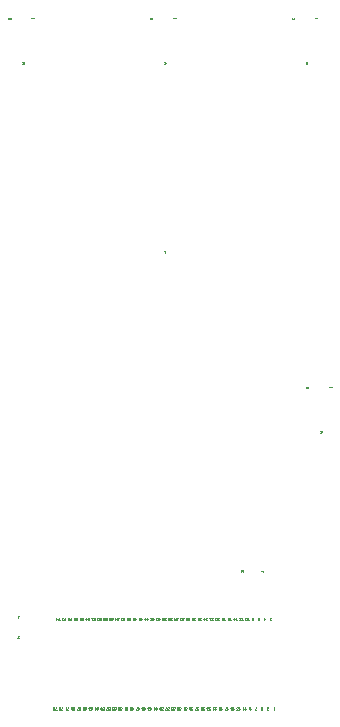
<source format=gbr>
G04*
G04 #@! TF.GenerationSoftware,Altium Limited,Altium Designer,22.4.2 (48)*
G04*
G04 Layer_Color=32768*
%FSLAX25Y25*%
%MOIN*%
G70*
G04*
G04 #@! TF.SameCoordinates,F1429C7B-AB02-4E32-93F6-432C4BA2DB55*
G04*
G04*
G04 #@! TF.FilePolarity,Positive*
G04*
G01*
G75*
%ADD166C,0.00079*%
D166*
X142766Y372411D02*
X142729D01*
X142654Y372374D01*
X142616Y372336D01*
X142579Y372261D01*
Y372111D01*
X142616Y372037D01*
X142654Y371999D01*
X142729Y371961D01*
X142804D01*
X142879Y371999D01*
X142991Y372074D01*
X143366Y372449D01*
Y371924D01*
X150485Y372449D02*
X150447Y372374D01*
X150335Y372261D01*
X151122D01*
X147319Y356898D02*
X147731D01*
X147506Y357198D01*
X147619D01*
X147694Y357235D01*
X147731Y357273D01*
X147769Y357385D01*
Y357460D01*
X147731Y357573D01*
X147656Y357647D01*
X147544Y357685D01*
X147432D01*
X147319Y357647D01*
X147282Y357610D01*
X147244Y357535D01*
X147522Y249474D02*
X147485D01*
X147410Y249437D01*
X147372Y249399D01*
X147335Y249324D01*
Y249174D01*
X147372Y249099D01*
X147410Y249062D01*
X147485Y249025D01*
X147560D01*
X147635Y249062D01*
X147747Y249137D01*
X148122Y249512D01*
Y248987D01*
X155241Y249512D02*
X155203Y249437D01*
X155091Y249324D01*
X155878D01*
X152075Y233961D02*
X152487D01*
X152262Y234261D01*
X152375D01*
X152450Y234298D01*
X152487Y234336D01*
X152525Y234448D01*
Y234523D01*
X152487Y234636D01*
X152412Y234711D01*
X152300Y234748D01*
X152187D01*
X152075Y234711D01*
X152038Y234673D01*
X152000Y234598D01*
X67625Y141831D02*
X68000Y142618D01*
X68150Y141831D02*
X67625D01*
X67449Y141981D02*
X67374Y141943D01*
X67261Y141831D01*
Y142618D01*
X65656Y141831D02*
X66031Y142618D01*
X66181Y141831D02*
X65656D01*
X65405D02*
X64993D01*
X65218Y142131D01*
X65105D01*
X65030Y142168D01*
X64993Y142206D01*
X64955Y142318D01*
Y142393D01*
X64993Y142506D01*
X65068Y142581D01*
X65180Y142618D01*
X65293D01*
X65405Y142581D01*
X65443Y142543D01*
X65480Y142468D01*
X69668Y141943D02*
X69706Y141868D01*
X69818Y141831D01*
X69893D01*
X70006Y141868D01*
X70081Y141981D01*
X70118Y142168D01*
Y142356D01*
X70081Y142506D01*
X70006Y142581D01*
X69893Y142618D01*
X69856D01*
X69743Y142581D01*
X69668Y142506D01*
X69631Y142393D01*
Y142356D01*
X69668Y142243D01*
X69743Y142168D01*
X69856Y142131D01*
X69893D01*
X70006Y142168D01*
X70081Y142243D01*
X70118Y142356D01*
X68971Y142093D02*
X69008Y142206D01*
X69083Y142281D01*
X69196Y142318D01*
X69233D01*
X69346Y142281D01*
X69421Y142206D01*
X69458Y142093D01*
Y142056D01*
X69421Y141943D01*
X69346Y141868D01*
X69233Y141831D01*
X69196D01*
X69083Y141868D01*
X69008Y141943D01*
X68971Y142093D01*
Y142281D01*
X69008Y142468D01*
X69083Y142581D01*
X69196Y142618D01*
X69271D01*
X69383Y142581D01*
X69421Y142506D01*
X63688Y141831D02*
X64063Y142618D01*
X64213Y141831D02*
X63688D01*
X63062D02*
X63437D01*
X63474Y142168D01*
X63437Y142131D01*
X63324Y142093D01*
X63212D01*
X63099Y142131D01*
X63024Y142206D01*
X62987Y142318D01*
Y142393D01*
X63024Y142506D01*
X63099Y142581D01*
X63212Y142618D01*
X63324D01*
X63437Y142581D01*
X63474Y142543D01*
X63512Y142468D01*
X77542Y141943D02*
X77580Y141868D01*
X77692Y141831D01*
X77767D01*
X77880Y141868D01*
X77955Y141981D01*
X77992Y142168D01*
Y142356D01*
X77955Y142506D01*
X77880Y142581D01*
X77767Y142618D01*
X77730D01*
X77617Y142581D01*
X77542Y142506D01*
X77505Y142393D01*
Y142356D01*
X77542Y142243D01*
X77617Y142168D01*
X77730Y142131D01*
X77767D01*
X77880Y142168D01*
X77955Y142243D01*
X77992Y142356D01*
X77332Y141981D02*
X77257Y141943D01*
X77145Y141831D01*
Y142618D01*
X75574Y141943D02*
X75611Y141868D01*
X75724Y141831D01*
X75799D01*
X75911Y141868D01*
X75986Y141981D01*
X76024Y142168D01*
Y142356D01*
X75986Y142506D01*
X75911Y142581D01*
X75799Y142618D01*
X75761D01*
X75649Y142581D01*
X75574Y142506D01*
X75536Y142393D01*
Y142356D01*
X75574Y142243D01*
X75649Y142168D01*
X75761Y142131D01*
X75799D01*
X75911Y142168D01*
X75986Y142243D01*
X76024Y142356D01*
X75289Y141831D02*
X74876D01*
X75101Y142131D01*
X74989D01*
X74914Y142168D01*
X74876Y142206D01*
X74839Y142318D01*
Y142393D01*
X74876Y142506D01*
X74951Y142581D01*
X75064Y142618D01*
X75176D01*
X75289Y142581D01*
X75326Y142543D01*
X75364Y142468D01*
X79511Y141831D02*
X79886D01*
X79923Y142168D01*
X79886Y142131D01*
X79773Y142093D01*
X79661D01*
X79548Y142131D01*
X79473Y142206D01*
X79436Y142318D01*
Y142393D01*
X79473Y142506D01*
X79548Y142581D01*
X79661Y142618D01*
X79773D01*
X79886Y142581D01*
X79923Y142543D01*
X79961Y142468D01*
X78772Y142093D02*
X78810Y142206D01*
X78885Y142281D01*
X78997Y142318D01*
X79035D01*
X79147Y142281D01*
X79222Y142206D01*
X79260Y142093D01*
Y142056D01*
X79222Y141943D01*
X79147Y141868D01*
X79035Y141831D01*
X78997D01*
X78885Y141868D01*
X78810Y141943D01*
X78772Y142093D01*
Y142281D01*
X78810Y142468D01*
X78885Y142581D01*
X78997Y142618D01*
X79072D01*
X79185Y142581D01*
X79222Y142506D01*
X71637Y141943D02*
X71674Y141868D01*
X71787Y141831D01*
X71862D01*
X71974Y141868D01*
X72049Y141981D01*
X72087Y142168D01*
Y142356D01*
X72049Y142506D01*
X71974Y142581D01*
X71862Y142618D01*
X71824D01*
X71712Y142581D01*
X71637Y142506D01*
X71599Y142393D01*
Y142356D01*
X71637Y142243D01*
X71712Y142168D01*
X71824Y142131D01*
X71862D01*
X71974Y142168D01*
X72049Y142243D01*
X72087Y142356D01*
X70902Y141831D02*
X71277Y142618D01*
X71427Y141831D02*
X70902D01*
X73605Y141943D02*
X73643Y141868D01*
X73755Y141831D01*
X73830D01*
X73943Y141868D01*
X74018Y141981D01*
X74055Y142168D01*
Y142356D01*
X74018Y142506D01*
X73943Y142581D01*
X73830Y142618D01*
X73793D01*
X73680Y142581D01*
X73605Y142506D01*
X73568Y142393D01*
Y142356D01*
X73605Y142243D01*
X73680Y142168D01*
X73793Y142131D01*
X73830D01*
X73943Y142168D01*
X74018Y142243D01*
X74055Y142356D01*
X72945Y141831D02*
X73320D01*
X73358Y142168D01*
X73320Y142131D01*
X73208Y142093D01*
X73096D01*
X72983Y142131D01*
X72908Y142206D01*
X72870Y142318D01*
Y142393D01*
X72908Y142506D01*
X72983Y142581D01*
X73096Y142618D01*
X73208D01*
X73320Y142581D01*
X73358Y142543D01*
X73395Y142468D01*
X85416Y141831D02*
X85791D01*
X85829Y142168D01*
X85791Y142131D01*
X85679Y142093D01*
X85566D01*
X85454Y142131D01*
X85379Y142206D01*
X85341Y142318D01*
Y142393D01*
X85379Y142506D01*
X85454Y142581D01*
X85566Y142618D01*
X85679D01*
X85791Y142581D01*
X85829Y142543D01*
X85866Y142468D01*
X85090Y141831D02*
X84678D01*
X84903Y142131D01*
X84790D01*
X84715Y142168D01*
X84678Y142206D01*
X84640Y142318D01*
Y142393D01*
X84678Y142506D01*
X84753Y142581D01*
X84865Y142618D01*
X84978D01*
X85090Y142581D01*
X85128Y142543D01*
X85165Y142468D01*
X89428Y141831D02*
X89803Y142356D01*
X89241D01*
X89428Y141831D02*
Y142618D01*
X88615Y142093D02*
X88652Y142206D01*
X88727Y142281D01*
X88840Y142318D01*
X88877D01*
X88990Y142281D01*
X89065Y142206D01*
X89102Y142093D01*
Y142056D01*
X89065Y141943D01*
X88990Y141868D01*
X88877Y141831D01*
X88840D01*
X88727Y141868D01*
X88652Y141943D01*
X88615Y142093D01*
Y142281D01*
X88652Y142468D01*
X88727Y142581D01*
X88840Y142618D01*
X88915D01*
X89027Y142581D01*
X89065Y142506D01*
X87385Y141831D02*
X87760D01*
X87797Y142168D01*
X87760Y142131D01*
X87647Y142093D01*
X87535D01*
X87422Y142131D01*
X87347Y142206D01*
X87310Y142318D01*
Y142393D01*
X87347Y142506D01*
X87422Y142581D01*
X87535Y142618D01*
X87647D01*
X87760Y142581D01*
X87797Y142543D01*
X87835Y142468D01*
X87134Y141981D02*
X87059Y141943D01*
X86946Y141831D01*
Y142618D01*
X91397Y141831D02*
X91772Y142356D01*
X91209D01*
X91397Y141831D02*
Y142618D01*
X90546Y141831D02*
X90921Y142618D01*
X91071Y141831D02*
X90546D01*
X81479D02*
X81854D01*
X81892Y142168D01*
X81854Y142131D01*
X81742Y142093D01*
X81629D01*
X81517Y142131D01*
X81442Y142206D01*
X81404Y142318D01*
Y142393D01*
X81442Y142506D01*
X81517Y142581D01*
X81629Y142618D01*
X81742D01*
X81854Y142581D01*
X81892Y142543D01*
X81929Y142468D01*
X80703Y141831D02*
X81078Y142618D01*
X81228Y141831D02*
X80703D01*
X83448D02*
X83823D01*
X83860Y142168D01*
X83823Y142131D01*
X83710Y142093D01*
X83598D01*
X83485Y142131D01*
X83410Y142206D01*
X83373Y142318D01*
Y142393D01*
X83410Y142506D01*
X83485Y142581D01*
X83598Y142618D01*
X83710D01*
X83823Y142581D01*
X83860Y142543D01*
X83898Y142468D01*
X82747Y141831D02*
X83122D01*
X83159Y142168D01*
X83122Y142131D01*
X83009Y142093D01*
X82897D01*
X82784Y142131D01*
X82709Y142206D01*
X82672Y142318D01*
Y142393D01*
X82709Y142506D01*
X82784Y142581D01*
X82897Y142618D01*
X83009D01*
X83122Y142581D01*
X83159Y142543D01*
X83197Y142468D01*
X99571Y141831D02*
X99158D01*
X99383Y142131D01*
X99271D01*
X99196Y142168D01*
X99158Y142206D01*
X99121Y142318D01*
Y142393D01*
X99158Y142506D01*
X99233Y142581D01*
X99346Y142618D01*
X99458D01*
X99571Y142581D01*
X99608Y142543D01*
X99646Y142468D01*
X98457Y142093D02*
X98495Y142206D01*
X98570Y142281D01*
X98682Y142318D01*
X98720D01*
X98832Y142281D01*
X98907Y142206D01*
X98945Y142093D01*
Y142056D01*
X98907Y141943D01*
X98832Y141868D01*
X98720Y141831D01*
X98682D01*
X98570Y141868D01*
X98495Y141943D01*
X98457Y142093D01*
Y142281D01*
X98495Y142468D01*
X98570Y142581D01*
X98682Y142618D01*
X98757D01*
X98870Y142581D01*
X98907Y142506D01*
X97302Y141831D02*
X97677Y142356D01*
X97115D01*
X97302Y141831D02*
Y142618D01*
X96976Y141981D02*
X96901Y141943D01*
X96789Y141831D01*
Y142618D01*
X101539Y141831D02*
X101127D01*
X101352Y142131D01*
X101239D01*
X101164Y142168D01*
X101127Y142206D01*
X101089Y142318D01*
Y142393D01*
X101127Y142506D01*
X101202Y142581D01*
X101314Y142618D01*
X101427D01*
X101539Y142581D01*
X101577Y142543D01*
X101614Y142468D01*
X100388Y141831D02*
X100763Y142618D01*
X100913Y141831D02*
X100388D01*
X93365D02*
X93740Y142356D01*
X93178D01*
X93365Y141831D02*
Y142618D01*
X92589Y141831D02*
X92964D01*
X93002Y142168D01*
X92964Y142131D01*
X92852Y142093D01*
X92739D01*
X92627Y142131D01*
X92552Y142206D01*
X92514Y142318D01*
Y142393D01*
X92552Y142506D01*
X92627Y142581D01*
X92739Y142618D01*
X92852D01*
X92964Y142581D01*
X93002Y142543D01*
X93039Y142468D01*
X95334Y141831D02*
X95709Y142356D01*
X95146D01*
X95334Y141831D02*
Y142618D01*
X94933Y141831D02*
X94520D01*
X94745Y142131D01*
X94633D01*
X94558Y142168D01*
X94520Y142206D01*
X94483Y142318D01*
Y142393D01*
X94520Y142506D01*
X94595Y142581D01*
X94708Y142618D01*
X94820D01*
X94933Y142581D01*
X94970Y142543D01*
X95008Y142468D01*
X70653Y171668D02*
X70690Y171593D01*
X70802Y171555D01*
X70877D01*
X70990Y171593D01*
X71065Y171705D01*
X71102Y171893D01*
Y172080D01*
X71065Y172230D01*
X70990Y172305D01*
X70877Y172343D01*
X70840D01*
X70727Y172305D01*
X70653Y172230D01*
X70615Y172118D01*
Y172080D01*
X70653Y171968D01*
X70727Y171893D01*
X70840Y171855D01*
X70877D01*
X70990Y171893D01*
X71065Y171968D01*
X71102Y172080D01*
X70255Y171555D02*
X70368Y171593D01*
X70405Y171668D01*
Y171743D01*
X70368Y171818D01*
X70293Y171855D01*
X70143Y171893D01*
X70030Y171930D01*
X69955Y172005D01*
X69918Y172080D01*
Y172193D01*
X69955Y172268D01*
X69993Y172305D01*
X70105Y172343D01*
X70255D01*
X70368Y172305D01*
X70405Y172268D01*
X70443Y172193D01*
Y172080D01*
X70405Y172005D01*
X70330Y171930D01*
X70218Y171893D01*
X70068Y171855D01*
X69993Y171818D01*
X69955Y171743D01*
Y171668D01*
X69993Y171593D01*
X70105Y171555D01*
X70255D01*
X68609D02*
X68984Y172343D01*
X69134Y171555D02*
X68609D01*
X68208D02*
X68320Y171593D01*
X68395Y171705D01*
X68433Y171893D01*
Y172005D01*
X68395Y172193D01*
X68320Y172305D01*
X68208Y172343D01*
X68133D01*
X68020Y172305D01*
X67945Y172193D01*
X67908Y172005D01*
Y171893D01*
X67945Y171705D01*
X68020Y171593D01*
X68133Y171555D01*
X68208D01*
X72621Y171668D02*
X72658Y171593D01*
X72771Y171555D01*
X72846D01*
X72958Y171593D01*
X73033Y171705D01*
X73071Y171893D01*
Y172080D01*
X73033Y172230D01*
X72958Y172305D01*
X72846Y172343D01*
X72808D01*
X72696Y172305D01*
X72621Y172230D01*
X72584Y172118D01*
Y172080D01*
X72621Y171968D01*
X72696Y171893D01*
X72808Y171855D01*
X72846D01*
X72958Y171893D01*
X73033Y171968D01*
X73071Y172080D01*
X71961Y171668D02*
X71999Y171593D01*
X72111Y171555D01*
X72186D01*
X72299Y171593D01*
X72374Y171705D01*
X72411Y171893D01*
Y172080D01*
X72374Y172230D01*
X72299Y172305D01*
X72186Y172343D01*
X72149D01*
X72036Y172305D01*
X71961Y172230D01*
X71924Y172118D01*
Y172080D01*
X71961Y171968D01*
X72036Y171893D01*
X72149Y171855D01*
X72186D01*
X72299Y171893D01*
X72374Y171968D01*
X72411Y172080D01*
X64672Y171555D02*
X65047Y172343D01*
X65197Y171555D02*
X64672D01*
X64121D02*
X64496Y172080D01*
X63933D01*
X64121Y171555D02*
Y172343D01*
X66641Y171555D02*
X67015Y172343D01*
X67165Y171555D02*
X66641D01*
X66427Y171743D02*
Y171705D01*
X66389Y171630D01*
X66352Y171593D01*
X66277Y171555D01*
X66127D01*
X66052Y171593D01*
X66014Y171630D01*
X65977Y171705D01*
Y171780D01*
X66014Y171855D01*
X66089Y171968D01*
X66464Y172343D01*
X65939D01*
X76558Y171668D02*
X76595Y171593D01*
X76708Y171555D01*
X76783D01*
X76895Y171593D01*
X76970Y171705D01*
X77008Y171893D01*
Y172080D01*
X76970Y172230D01*
X76895Y172305D01*
X76783Y172343D01*
X76745D01*
X76633Y172305D01*
X76558Y172230D01*
X76521Y172118D01*
Y172080D01*
X76558Y171968D01*
X76633Y171893D01*
X76745Y171855D01*
X76783D01*
X76895Y171893D01*
X76970Y171968D01*
X77008Y172080D01*
X76311Y171743D02*
Y171705D01*
X76273Y171630D01*
X76236Y171593D01*
X76161Y171555D01*
X76011D01*
X75936Y171593D01*
X75898Y171630D01*
X75861Y171705D01*
Y171780D01*
X75898Y171855D01*
X75973Y171968D01*
X76348Y172343D01*
X75823D01*
X74590Y171668D02*
X74627Y171593D01*
X74739Y171555D01*
X74814D01*
X74927Y171593D01*
X75002Y171705D01*
X75039Y171893D01*
Y172080D01*
X75002Y172230D01*
X74927Y172305D01*
X74814Y172343D01*
X74777D01*
X74664Y172305D01*
X74590Y172230D01*
X74552Y172118D01*
Y172080D01*
X74590Y171968D01*
X74664Y171893D01*
X74777Y171855D01*
X74814D01*
X74927Y171893D01*
X75002Y171968D01*
X75039Y172080D01*
X74005Y171555D02*
X74380Y172080D01*
X73817D01*
X74005Y171555D02*
Y172343D01*
X80495Y171555D02*
X80870D01*
X80907Y171893D01*
X80870Y171855D01*
X80757Y171818D01*
X80645D01*
X80532Y171855D01*
X80458Y171930D01*
X80420Y172043D01*
Y172118D01*
X80458Y172230D01*
X80532Y172305D01*
X80645Y172343D01*
X80757D01*
X80870Y172305D01*
X80907Y172268D01*
X80945Y172193D01*
X80056Y171555D02*
X80169Y171593D01*
X80206Y171668D01*
Y171743D01*
X80169Y171818D01*
X80094Y171855D01*
X79944Y171893D01*
X79831Y171930D01*
X79756Y172005D01*
X79719Y172080D01*
Y172193D01*
X79756Y172268D01*
X79794Y172305D01*
X79906Y172343D01*
X80056D01*
X80169Y172305D01*
X80206Y172268D01*
X80244Y172193D01*
Y172080D01*
X80206Y172005D01*
X80131Y171930D01*
X80019Y171893D01*
X79869Y171855D01*
X79794Y171818D01*
X79756Y171743D01*
Y171668D01*
X79794Y171593D01*
X79906Y171555D01*
X80056D01*
X78527Y171668D02*
X78564Y171593D01*
X78676Y171555D01*
X78751D01*
X78864Y171593D01*
X78939Y171705D01*
X78976Y171893D01*
Y172080D01*
X78939Y172230D01*
X78864Y172305D01*
X78751Y172343D01*
X78714D01*
X78601Y172305D01*
X78527Y172230D01*
X78489Y172118D01*
Y172080D01*
X78527Y171968D01*
X78601Y171893D01*
X78714Y171855D01*
X78751D01*
X78864Y171893D01*
X78939Y171968D01*
X78976Y172080D01*
X78092Y171555D02*
X78204Y171593D01*
X78279Y171705D01*
X78317Y171893D01*
Y172005D01*
X78279Y172193D01*
X78204Y172305D01*
X78092Y172343D01*
X78017D01*
X77904Y172305D01*
X77829Y172193D01*
X77792Y172005D01*
Y171893D01*
X77829Y171705D01*
X77904Y171593D01*
X78017Y171555D01*
X78092D01*
X86401D02*
X86775D01*
X86813Y171893D01*
X86775Y171855D01*
X86663Y171818D01*
X86550D01*
X86438Y171855D01*
X86363Y171930D01*
X86326Y172043D01*
Y172118D01*
X86363Y172230D01*
X86438Y172305D01*
X86550Y172343D01*
X86663D01*
X86775Y172305D01*
X86813Y172268D01*
X86850Y172193D01*
X86112Y171743D02*
Y171705D01*
X86074Y171630D01*
X86037Y171593D01*
X85962Y171555D01*
X85812D01*
X85737Y171593D01*
X85699Y171630D01*
X85662Y171705D01*
Y171780D01*
X85699Y171855D01*
X85774Y171968D01*
X86149Y172343D01*
X85625D01*
X90412Y171555D02*
X90787Y172080D01*
X90225D01*
X90412Y171555D02*
Y172343D01*
X89899Y171555D02*
X90011Y171593D01*
X90049Y171668D01*
Y171743D01*
X90011Y171818D01*
X89936Y171855D01*
X89786Y171893D01*
X89674Y171930D01*
X89599Y172005D01*
X89562Y172080D01*
Y172193D01*
X89599Y172268D01*
X89636Y172305D01*
X89749Y172343D01*
X89899D01*
X90011Y172305D01*
X90049Y172268D01*
X90086Y172193D01*
Y172080D01*
X90049Y172005D01*
X89974Y171930D01*
X89862Y171893D01*
X89711Y171855D01*
X89636Y171818D01*
X89599Y171743D01*
Y171668D01*
X89636Y171593D01*
X89749Y171555D01*
X89899D01*
X88369D02*
X88744D01*
X88781Y171893D01*
X88744Y171855D01*
X88631Y171818D01*
X88519D01*
X88406Y171855D01*
X88332Y171930D01*
X88294Y172043D01*
Y172118D01*
X88332Y172230D01*
X88406Y172305D01*
X88519Y172343D01*
X88631D01*
X88744Y172305D01*
X88781Y172268D01*
X88819Y172193D01*
X87893Y171555D02*
X88005Y171593D01*
X88080Y171705D01*
X88118Y171893D01*
Y172005D01*
X88080Y172193D01*
X88005Y172305D01*
X87893Y172343D01*
X87818D01*
X87705Y172305D01*
X87631Y172193D01*
X87593Y172005D01*
Y171893D01*
X87631Y171705D01*
X87705Y171593D01*
X87818Y171555D01*
X87893D01*
X92381D02*
X92756Y172080D01*
X92194D01*
X92381Y171555D02*
Y172343D01*
X91605Y171668D02*
X91642Y171593D01*
X91755Y171555D01*
X91830D01*
X91942Y171593D01*
X92017Y171705D01*
X92055Y171893D01*
Y172080D01*
X92017Y172230D01*
X91942Y172305D01*
X91830Y172343D01*
X91793D01*
X91680Y172305D01*
X91605Y172230D01*
X91568Y172118D01*
Y172080D01*
X91605Y171968D01*
X91680Y171893D01*
X91793Y171855D01*
X91830D01*
X91942Y171893D01*
X92017Y171968D01*
X92055Y172080D01*
X82464Y171555D02*
X82838D01*
X82876Y171893D01*
X82838Y171855D01*
X82726Y171818D01*
X82613D01*
X82501Y171855D01*
X82426Y171930D01*
X82389Y172043D01*
Y172118D01*
X82426Y172230D01*
X82501Y172305D01*
X82613Y172343D01*
X82726D01*
X82838Y172305D01*
X82876Y172268D01*
X82913Y172193D01*
X81762Y171668D02*
X81800Y171593D01*
X81912Y171555D01*
X81988D01*
X82100Y171593D01*
X82175Y171705D01*
X82212Y171893D01*
Y172080D01*
X82175Y172230D01*
X82100Y172305D01*
X81988Y172343D01*
X81950D01*
X81837Y172305D01*
X81762Y172230D01*
X81725Y172118D01*
Y172080D01*
X81762Y171968D01*
X81837Y171893D01*
X81950Y171855D01*
X81988D01*
X82100Y171893D01*
X82175Y171968D01*
X82212Y172080D01*
X84432Y171555D02*
X84807D01*
X84844Y171893D01*
X84807Y171855D01*
X84694Y171818D01*
X84582D01*
X84469Y171855D01*
X84395Y171930D01*
X84357Y172043D01*
Y172118D01*
X84395Y172230D01*
X84469Y172305D01*
X84582Y172343D01*
X84694D01*
X84807Y172305D01*
X84844Y172268D01*
X84882Y172193D01*
X83806Y171555D02*
X84181Y172080D01*
X83619D01*
X83806Y171555D02*
Y172343D01*
X98286Y171555D02*
X98661Y172080D01*
X98099D01*
X98286Y171555D02*
Y172343D01*
X97736Y171555D02*
X97848Y171593D01*
X97923Y171705D01*
X97960Y171893D01*
Y172005D01*
X97923Y172193D01*
X97848Y172305D01*
X97736Y172343D01*
X97660D01*
X97548Y172305D01*
X97473Y172193D01*
X97436Y172005D01*
Y171893D01*
X97473Y171705D01*
X97548Y171593D01*
X97660Y171555D01*
X97736D01*
X100555D02*
X100143D01*
X100367Y171855D01*
X100255D01*
X100180Y171893D01*
X100143Y171930D01*
X100105Y172043D01*
Y172118D01*
X100143Y172230D01*
X100218Y172305D01*
X100330Y172343D01*
X100443D01*
X100555Y172305D01*
X100592Y172268D01*
X100630Y172193D01*
X99742Y171555D02*
X99854Y171593D01*
X99891Y171668D01*
Y171743D01*
X99854Y171818D01*
X99779Y171855D01*
X99629Y171893D01*
X99516Y171930D01*
X99442Y172005D01*
X99404Y172080D01*
Y172193D01*
X99442Y172268D01*
X99479Y172305D01*
X99591Y172343D01*
X99742D01*
X99854Y172305D01*
X99891Y172268D01*
X99929Y172193D01*
Y172080D01*
X99891Y172005D01*
X99816Y171930D01*
X99704Y171893D01*
X99554Y171855D01*
X99479Y171818D01*
X99442Y171743D01*
Y171668D01*
X99479Y171593D01*
X99591Y171555D01*
X99742D01*
X94349D02*
X94724Y172080D01*
X94162D01*
X94349Y171555D02*
Y172343D01*
X93648Y171555D02*
X94023Y172080D01*
X93461D01*
X93648Y171555D02*
Y172343D01*
X96318Y171555D02*
X96693Y172080D01*
X96131D01*
X96318Y171555D02*
Y172343D01*
X95954Y171743D02*
Y171705D01*
X95917Y171630D01*
X95879Y171593D01*
X95805Y171555D01*
X95654D01*
X95579Y171593D01*
X95542Y171630D01*
X95505Y171705D01*
Y171780D01*
X95542Y171855D01*
X95617Y171968D01*
X95992Y172343D01*
X95467D01*
X105476Y141831D02*
X105064D01*
X105289Y142131D01*
X105176D01*
X105101Y142168D01*
X105064Y142206D01*
X105026Y142318D01*
Y142393D01*
X105064Y142506D01*
X105139Y142581D01*
X105251Y142618D01*
X105364D01*
X105476Y142581D01*
X105514Y142543D01*
X105551Y142468D01*
X104775Y141831D02*
X104363D01*
X104588Y142131D01*
X104475D01*
X104400Y142168D01*
X104363Y142206D01*
X104325Y142318D01*
Y142393D01*
X104363Y142506D01*
X104438Y142581D01*
X104550Y142618D01*
X104663D01*
X104775Y142581D01*
X104813Y142543D01*
X104850Y142468D01*
X103508Y141831D02*
X103095D01*
X103320Y142131D01*
X103208D01*
X103133Y142168D01*
X103095Y142206D01*
X103058Y142318D01*
Y142393D01*
X103095Y142506D01*
X103170Y142581D01*
X103283Y142618D01*
X103395D01*
X103508Y142581D01*
X103545Y142543D01*
X103583Y142468D01*
X102432Y141831D02*
X102807D01*
X102844Y142168D01*
X102807Y142131D01*
X102694Y142093D01*
X102582D01*
X102469Y142131D01*
X102394Y142206D01*
X102357Y142318D01*
Y142393D01*
X102394Y142506D01*
X102469Y142581D01*
X102582Y142618D01*
X102694D01*
X102807Y142581D01*
X102844Y142543D01*
X102882Y142468D01*
X107445Y141831D02*
X107032D01*
X107257Y142131D01*
X107145D01*
X107070Y142168D01*
X107032Y142206D01*
X106995Y142318D01*
Y142393D01*
X107032Y142506D01*
X107107Y142581D01*
X107220Y142618D01*
X107332D01*
X107445Y142581D01*
X107482Y142543D01*
X107520Y142468D01*
X106819Y141981D02*
X106744Y141943D01*
X106631Y141831D01*
Y142618D01*
X108429Y171555D02*
X108017D01*
X108241Y171855D01*
X108129D01*
X108054Y171893D01*
X108017Y171930D01*
X107979Y172043D01*
Y172118D01*
X108017Y172230D01*
X108092Y172305D01*
X108204Y172343D01*
X108317D01*
X108429Y172305D01*
X108466Y172268D01*
X108504Y172193D01*
X107578Y171555D02*
X107691Y171593D01*
X107765Y171705D01*
X107803Y171893D01*
Y172005D01*
X107765Y172193D01*
X107691Y172305D01*
X107578Y172343D01*
X107503D01*
X107391Y172305D01*
X107316Y172193D01*
X107278Y172005D01*
Y171893D01*
X107316Y171705D01*
X107391Y171593D01*
X107503Y171555D01*
X107578D01*
X109451Y142018D02*
Y141981D01*
X109413Y141906D01*
X109376Y141868D01*
X109301Y141831D01*
X109151D01*
X109076Y141868D01*
X109038Y141906D01*
X109001Y141981D01*
Y142056D01*
X109038Y142131D01*
X109113Y142243D01*
X109488Y142618D01*
X108963D01*
X108300Y142093D02*
X108337Y142206D01*
X108412Y142281D01*
X108525Y142318D01*
X108562D01*
X108675Y142281D01*
X108750Y142206D01*
X108787Y142093D01*
Y142056D01*
X108750Y141943D01*
X108675Y141868D01*
X108562Y141831D01*
X108525D01*
X108412Y141868D01*
X108337Y141943D01*
X108300Y142093D01*
Y142281D01*
X108337Y142468D01*
X108412Y142581D01*
X108525Y142618D01*
X108600D01*
X108712Y142581D01*
X108750Y142506D01*
X117325Y142018D02*
Y141981D01*
X117287Y141906D01*
X117250Y141868D01*
X117175Y141831D01*
X117025D01*
X116950Y141868D01*
X116912Y141906D01*
X116875Y141981D01*
Y142056D01*
X116912Y142131D01*
X116987Y142243D01*
X117362Y142618D01*
X116837D01*
X116661Y141981D02*
X116586Y141943D01*
X116474Y141831D01*
Y142618D01*
X115356Y142018D02*
Y141981D01*
X115319Y141906D01*
X115281Y141868D01*
X115206Y141831D01*
X115056D01*
X114981Y141868D01*
X114944Y141906D01*
X114906Y141981D01*
Y142056D01*
X114944Y142131D01*
X115019Y142243D01*
X115394Y142618D01*
X114869D01*
X114618Y141831D02*
X114205D01*
X114430Y142131D01*
X114318D01*
X114243Y142168D01*
X114205Y142206D01*
X114168Y142318D01*
Y142393D01*
X114205Y142506D01*
X114280Y142581D01*
X114393Y142618D01*
X114505D01*
X114618Y142581D01*
X114655Y142543D01*
X114693Y142468D01*
X119331Y141981D02*
X119256Y141943D01*
X119143Y141831D01*
Y142618D01*
X118266Y142093D02*
X118304Y142206D01*
X118378Y142281D01*
X118491Y142318D01*
X118528D01*
X118641Y142281D01*
X118716Y142206D01*
X118753Y142093D01*
Y142056D01*
X118716Y141943D01*
X118641Y141868D01*
X118528Y141831D01*
X118491D01*
X118378Y141868D01*
X118304Y141943D01*
X118266Y142093D01*
Y142281D01*
X118304Y142468D01*
X118378Y142581D01*
X118491Y142618D01*
X118566D01*
X118678Y142581D01*
X118716Y142506D01*
X111419Y142018D02*
Y141981D01*
X111382Y141906D01*
X111344Y141868D01*
X111269Y141831D01*
X111119D01*
X111044Y141868D01*
X111007Y141906D01*
X110969Y141981D01*
Y142056D01*
X111007Y142131D01*
X111082Y142243D01*
X111457Y142618D01*
X110932D01*
X110231Y141831D02*
X110606Y142618D01*
X110756Y141831D02*
X110231D01*
X113388Y142018D02*
Y141981D01*
X113350Y141906D01*
X113313Y141868D01*
X113238Y141831D01*
X113088D01*
X113013Y141868D01*
X112975Y141906D01*
X112938Y141981D01*
Y142056D01*
X112975Y142131D01*
X113050Y142243D01*
X113425Y142618D01*
X112900D01*
X112274Y141831D02*
X112649D01*
X112687Y142168D01*
X112649Y142131D01*
X112537Y142093D01*
X112424D01*
X112312Y142131D01*
X112237Y142206D01*
X112199Y142318D01*
Y142393D01*
X112237Y142506D01*
X112312Y142581D01*
X112424Y142618D01*
X112537D01*
X112649Y142581D01*
X112687Y142543D01*
X112724Y142468D01*
X127205Y141981D02*
X127130Y141943D01*
X127017Y141831D01*
Y142618D01*
X126627Y141981D02*
X126552Y141943D01*
X126440Y141831D01*
Y142618D01*
X125236Y141981D02*
X125161Y141943D01*
X125049Y141831D01*
Y142618D01*
X124584Y141831D02*
X124172D01*
X124397Y142131D01*
X124284D01*
X124209Y142168D01*
X124172Y142206D01*
X124134Y142318D01*
Y142393D01*
X124172Y142506D01*
X124247Y142581D01*
X124359Y142618D01*
X124471D01*
X124584Y142581D01*
X124621Y142543D01*
X124659Y142468D01*
X128371Y142093D02*
X128408Y142206D01*
X128483Y142281D01*
X128596Y142318D01*
X128633D01*
X128746Y142281D01*
X128821Y142206D01*
X128858Y142093D01*
Y142056D01*
X128821Y141943D01*
X128746Y141868D01*
X128633Y141831D01*
X128596D01*
X128483Y141868D01*
X128408Y141943D01*
X128371Y142093D01*
Y142281D01*
X128408Y142468D01*
X128483Y142581D01*
X128596Y142618D01*
X128671D01*
X128783Y142581D01*
X128821Y142506D01*
X121299Y141981D02*
X121224Y141943D01*
X121112Y141831D01*
Y142618D01*
X120197Y141831D02*
X120572Y142618D01*
X120722Y141831D02*
X120197D01*
X123268Y141981D02*
X123193Y141943D01*
X123080Y141831D01*
Y142618D01*
X122241Y141831D02*
X122616D01*
X122653Y142168D01*
X122616Y142131D01*
X122503Y142093D01*
X122390D01*
X122278Y142131D01*
X122203Y142206D01*
X122166Y142318D01*
Y142393D01*
X122203Y142506D01*
X122278Y142581D01*
X122390Y142618D01*
X122503D01*
X122616Y142581D01*
X122653Y142543D01*
X122690Y142468D01*
X132345Y141831D02*
X132720D01*
X132758Y142168D01*
X132720Y142131D01*
X132608Y142093D01*
X132495D01*
X132383Y142131D01*
X132308Y142206D01*
X132271Y142318D01*
Y142393D01*
X132308Y142506D01*
X132383Y142581D01*
X132495Y142618D01*
X132608D01*
X132720Y142581D01*
X132758Y142543D01*
X132795Y142468D01*
X130302Y141831D02*
X130677Y142618D01*
X130827Y141831D02*
X130302D01*
X134689D02*
X134276D01*
X134501Y142131D01*
X134389D01*
X134314Y142168D01*
X134276Y142206D01*
X134239Y142318D01*
Y142393D01*
X134276Y142506D01*
X134351Y142581D01*
X134464Y142618D01*
X134576D01*
X134689Y142581D01*
X134726Y142543D01*
X134764Y142468D01*
X136732Y141981D02*
X136657Y141943D01*
X136545Y141831D01*
Y142618D01*
X110435Y171743D02*
Y171705D01*
X110398Y171630D01*
X110360Y171593D01*
X110285Y171555D01*
X110135D01*
X110060Y171593D01*
X110023Y171630D01*
X109985Y171705D01*
Y171780D01*
X110023Y171855D01*
X110098Y171968D01*
X110472Y172343D01*
X109948D01*
X109584Y171555D02*
X109696Y171593D01*
X109734Y171668D01*
Y171743D01*
X109696Y171818D01*
X109622Y171855D01*
X109471Y171893D01*
X109359Y171930D01*
X109284Y172005D01*
X109247Y172080D01*
Y172193D01*
X109284Y172268D01*
X109322Y172305D01*
X109434Y172343D01*
X109584D01*
X109696Y172305D01*
X109734Y172268D01*
X109771Y172193D01*
Y172080D01*
X109734Y172005D01*
X109659Y171930D01*
X109546Y171893D01*
X109397Y171855D01*
X109322Y171818D01*
X109284Y171743D01*
Y171668D01*
X109322Y171593D01*
X109434Y171555D01*
X109584D01*
X106460D02*
X106048D01*
X106273Y171855D01*
X106161D01*
X106086Y171893D01*
X106048Y171930D01*
X106011Y172043D01*
Y172118D01*
X106048Y172230D01*
X106123Y172305D01*
X106236Y172343D01*
X106348D01*
X106460Y172305D01*
X106498Y172268D01*
X106535Y172193D01*
X105797Y171743D02*
Y171705D01*
X105759Y171630D01*
X105722Y171593D01*
X105647Y171555D01*
X105497D01*
X105422Y171593D01*
X105385Y171630D01*
X105347Y171705D01*
Y171780D01*
X105385Y171855D01*
X105459Y171968D01*
X105834Y172343D01*
X105310D01*
X112403Y171743D02*
Y171705D01*
X112366Y171630D01*
X112329Y171593D01*
X112253Y171555D01*
X112104D01*
X112029Y171593D01*
X111991Y171630D01*
X111954Y171705D01*
Y171780D01*
X111991Y171855D01*
X112066Y171968D01*
X112441Y172343D01*
X111916D01*
X111290Y171668D02*
X111328Y171593D01*
X111440Y171555D01*
X111515D01*
X111627Y171593D01*
X111702Y171705D01*
X111740Y171893D01*
Y172080D01*
X111702Y172230D01*
X111627Y172305D01*
X111515Y172343D01*
X111477D01*
X111365Y172305D01*
X111290Y172230D01*
X111253Y172118D01*
Y172080D01*
X111290Y171968D01*
X111365Y171893D01*
X111477Y171855D01*
X111515D01*
X111627Y171893D01*
X111702Y171968D01*
X111740Y172080D01*
X102524Y171555D02*
X102111D01*
X102336Y171855D01*
X102224D01*
X102149Y171893D01*
X102111Y171930D01*
X102074Y172043D01*
Y172118D01*
X102111Y172230D01*
X102186Y172305D01*
X102298Y172343D01*
X102411D01*
X102524Y172305D01*
X102561Y172268D01*
X102598Y172193D01*
X101448Y171668D02*
X101485Y171593D01*
X101597Y171555D01*
X101672D01*
X101785Y171593D01*
X101860Y171705D01*
X101897Y171893D01*
Y172080D01*
X101860Y172230D01*
X101785Y172305D01*
X101672Y172343D01*
X101635D01*
X101523Y172305D01*
X101448Y172230D01*
X101410Y172118D01*
Y172080D01*
X101448Y171968D01*
X101523Y171893D01*
X101635Y171855D01*
X101672D01*
X101785Y171893D01*
X101860Y171968D01*
X101897Y172080D01*
X104492Y171555D02*
X104080D01*
X104305Y171855D01*
X104192D01*
X104117Y171893D01*
X104080Y171930D01*
X104042Y172043D01*
Y172118D01*
X104080Y172230D01*
X104155Y172305D01*
X104267Y172343D01*
X104379D01*
X104492Y172305D01*
X104529Y172268D01*
X104567Y172193D01*
X103491Y171555D02*
X103866Y172080D01*
X103304D01*
X103491Y171555D02*
Y172343D01*
X114372Y171743D02*
Y171705D01*
X114334Y171630D01*
X114297Y171593D01*
X114222Y171555D01*
X114072D01*
X113997Y171593D01*
X113960Y171630D01*
X113922Y171705D01*
Y171780D01*
X113960Y171855D01*
X114035Y171968D01*
X114409Y172343D01*
X113885D01*
X113334Y171555D02*
X113708Y172080D01*
X113146D01*
X113334Y171555D02*
Y172343D01*
X116340Y171743D02*
Y171705D01*
X116303Y171630D01*
X116265Y171593D01*
X116191Y171555D01*
X116041D01*
X115966Y171593D01*
X115928Y171630D01*
X115891Y171705D01*
Y171780D01*
X115928Y171855D01*
X116003Y171968D01*
X116378Y172343D01*
X115853D01*
X115639Y171743D02*
Y171705D01*
X115602Y171630D01*
X115565Y171593D01*
X115489Y171555D01*
X115340D01*
X115265Y171593D01*
X115227Y171630D01*
X115190Y171705D01*
Y171780D01*
X115227Y171855D01*
X115302Y171968D01*
X115677Y172343D01*
X115152D01*
X122283Y171705D02*
X122208Y171668D01*
X122096Y171555D01*
Y172343D01*
X121256Y171668D02*
X121294Y171593D01*
X121406Y171555D01*
X121481D01*
X121594Y171593D01*
X121669Y171705D01*
X121706Y171893D01*
Y172080D01*
X121669Y172230D01*
X121594Y172305D01*
X121481Y172343D01*
X121444D01*
X121331Y172305D01*
X121256Y172230D01*
X121219Y172118D01*
Y172080D01*
X121256Y171968D01*
X121331Y171893D01*
X121444Y171855D01*
X121481D01*
X121594Y171893D01*
X121669Y171968D01*
X121706Y172080D01*
X126221Y171705D02*
X126146Y171668D01*
X126033Y171555D01*
Y172343D01*
X125606Y171743D02*
Y171705D01*
X125568Y171630D01*
X125531Y171593D01*
X125456Y171555D01*
X125306D01*
X125231Y171593D01*
X125193Y171630D01*
X125156Y171705D01*
Y171780D01*
X125193Y171855D01*
X125268Y171968D01*
X125643Y172343D01*
X125118D01*
X124252Y171705D02*
X124177Y171668D01*
X124065Y171555D01*
Y172343D01*
X123300Y171555D02*
X123675Y172080D01*
X123112D01*
X123300Y171555D02*
Y172343D01*
X128189Y171705D02*
X128114Y171668D01*
X128001Y171555D01*
Y172343D01*
X127387Y171555D02*
X127499Y171593D01*
X127574Y171705D01*
X127612Y171893D01*
Y172005D01*
X127574Y172193D01*
X127499Y172305D01*
X127387Y172343D01*
X127312D01*
X127199Y172305D01*
X127124Y172193D01*
X127087Y172005D01*
Y171893D01*
X127124Y171705D01*
X127199Y171593D01*
X127312Y171555D01*
X127387D01*
X118309Y171743D02*
Y171705D01*
X118272Y171630D01*
X118234Y171593D01*
X118159Y171555D01*
X118009D01*
X117934Y171593D01*
X117897Y171630D01*
X117859Y171705D01*
Y171780D01*
X117897Y171855D01*
X117972Y171968D01*
X118347Y172343D01*
X117822D01*
X117420Y171555D02*
X117533Y171593D01*
X117608Y171705D01*
X117646Y171893D01*
Y172005D01*
X117608Y172193D01*
X117533Y172305D01*
X117420Y172343D01*
X117346D01*
X117233Y172305D01*
X117158Y172193D01*
X117121Y172005D01*
Y171893D01*
X117158Y171705D01*
X117233Y171593D01*
X117346Y171555D01*
X117420D01*
X120315Y171705D02*
X120240Y171668D01*
X120127Y171555D01*
Y172343D01*
X119550Y171555D02*
X119663Y171593D01*
X119700Y171668D01*
Y171743D01*
X119663Y171818D01*
X119588Y171855D01*
X119438Y171893D01*
X119325Y171930D01*
X119250Y172005D01*
X119213Y172080D01*
Y172193D01*
X119250Y172268D01*
X119288Y172305D01*
X119400Y172343D01*
X119550D01*
X119663Y172305D01*
X119700Y172268D01*
X119738Y172193D01*
Y172080D01*
X119700Y172005D01*
X119625Y171930D01*
X119513Y171893D01*
X119363Y171855D01*
X119288Y171818D01*
X119250Y171743D01*
Y171668D01*
X119288Y171593D01*
X119400Y171555D01*
X119550D01*
X133405D02*
X133780Y172080D01*
X133217D01*
X133405Y171555D02*
Y172343D01*
X135711Y171743D02*
Y171705D01*
X135673Y171630D01*
X135636Y171593D01*
X135561Y171555D01*
X135411D01*
X135336Y171593D01*
X135298Y171630D01*
X135261Y171705D01*
Y171780D01*
X135298Y171855D01*
X135373Y171968D01*
X135748Y172343D01*
X135223D01*
X129655Y171555D02*
X129768Y171593D01*
X129805Y171668D01*
Y171743D01*
X129768Y171818D01*
X129693Y171855D01*
X129543Y171893D01*
X129430Y171930D01*
X129355Y172005D01*
X129318Y172080D01*
Y172193D01*
X129355Y172268D01*
X129393Y172305D01*
X129505Y172343D01*
X129655D01*
X129768Y172305D01*
X129805Y172268D01*
X129842Y172193D01*
Y172080D01*
X129805Y172005D01*
X129730Y171930D01*
X129618Y171893D01*
X129468Y171855D01*
X129393Y171818D01*
X129355Y171743D01*
Y171668D01*
X129393Y171593D01*
X129505Y171555D01*
X129655D01*
X131361Y171668D02*
X131399Y171593D01*
X131511Y171555D01*
X131586D01*
X131699Y171593D01*
X131773Y171705D01*
X131811Y171893D01*
Y172080D01*
X131773Y172230D01*
X131699Y172305D01*
X131586Y172343D01*
X131549D01*
X131436Y172305D01*
X131361Y172230D01*
X131324Y172118D01*
Y172080D01*
X131361Y171968D01*
X131436Y171893D01*
X131549Y171855D01*
X131586D01*
X131699Y171893D01*
X131773Y171968D01*
X131811Y172080D01*
X51685Y172984D02*
X51610Y173021D01*
X51498Y173134D01*
Y172346D01*
X51648Y166253D02*
Y166291D01*
X51610Y166366D01*
X51573Y166403D01*
X51498Y166441D01*
X51348D01*
X51273Y166403D01*
X51235Y166366D01*
X51198Y166291D01*
Y166216D01*
X51235Y166141D01*
X51310Y166028D01*
X51685Y165654D01*
X51160D01*
X100000Y294614D02*
X100075Y294651D01*
X100187Y294764D01*
Y293976D01*
X48278Y372411D02*
X48241D01*
X48166Y372374D01*
X48128Y372336D01*
X48091Y372261D01*
Y372111D01*
X48128Y372037D01*
X48166Y371999D01*
X48241Y371961D01*
X48316D01*
X48391Y371999D01*
X48503Y372074D01*
X48878Y372449D01*
Y371924D01*
X55997Y372449D02*
X55959Y372374D01*
X55847Y372261D01*
X56634D01*
X52831Y356898D02*
X53243D01*
X53018Y357198D01*
X53131D01*
X53206Y357235D01*
X53243Y357273D01*
X53281Y357385D01*
Y357460D01*
X53243Y357573D01*
X53168Y357647D01*
X53056Y357685D01*
X52943D01*
X52831Y357647D01*
X52793Y357610D01*
X52756Y357535D01*
X100075Y356898D02*
X100487D01*
X100262Y357198D01*
X100375D01*
X100450Y357235D01*
X100487Y357273D01*
X100525Y357385D01*
Y357460D01*
X100487Y357573D01*
X100412Y357647D01*
X100300Y357685D01*
X100187D01*
X100075Y357647D01*
X100038Y357610D01*
X100000Y357535D01*
X103241Y372449D02*
X103203Y372374D01*
X103091Y372261D01*
X103878D01*
X95522Y372411D02*
X95485D01*
X95410Y372374D01*
X95372Y372336D01*
X95335Y372261D01*
Y372111D01*
X95372Y372037D01*
X95410Y371999D01*
X95485Y371961D01*
X95560D01*
X95635Y371999D01*
X95747Y372074D01*
X96122Y372449D01*
Y371924D01*
X126253Y187852D02*
X126291D01*
X126366Y187890D01*
X126403Y187927D01*
X126441Y188002D01*
Y188152D01*
X126403Y188227D01*
X126366Y188265D01*
X126291Y188302D01*
X126216D01*
X126141Y188265D01*
X126028Y188190D01*
X125654Y187815D01*
Y188340D01*
X132984Y187815D02*
X133021Y187890D01*
X133134Y188002D01*
X132346D01*
M02*

</source>
